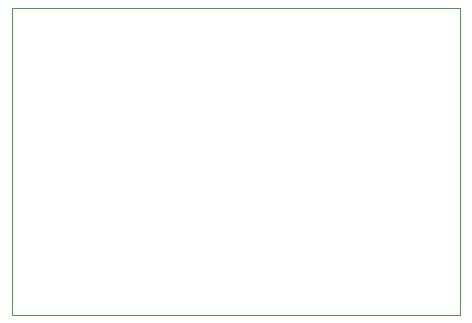
<source format=gbr>
%TF.GenerationSoftware,KiCad,Pcbnew,8.0.1*%
%TF.CreationDate,2024-07-06T23:02:20-04:00*%
%TF.ProjectId,ST25R3911B,53543235-5233-4393-9131-422e6b696361,rev?*%
%TF.SameCoordinates,Original*%
%TF.FileFunction,Profile,NP*%
%FSLAX46Y46*%
G04 Gerber Fmt 4.6, Leading zero omitted, Abs format (unit mm)*
G04 Created by KiCad (PCBNEW 8.0.1) date 2024-07-06 23:02:20*
%MOMM*%
%LPD*%
G01*
G04 APERTURE LIST*
%TA.AperFunction,Profile*%
%ADD10C,0.050000*%
%TD*%
G04 APERTURE END LIST*
D10*
X125000000Y-100000000D02*
X163000000Y-100000000D01*
X163000000Y-126000000D01*
X125000000Y-126000000D01*
X125000000Y-100000000D01*
M02*

</source>
